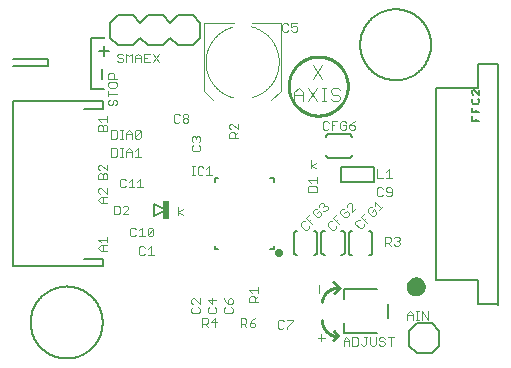
<source format=gto>
G75*
%MOIN*%
%OFA0B0*%
%FSLAX25Y25*%
%IPPOS*%
%LPD*%
%AMOC8*
5,1,8,0,0,1.08239X$1,22.5*
%
%ADD10C,0.00500*%
%ADD11C,0.00300*%
%ADD12C,0.00400*%
%ADD13C,0.01000*%
%ADD14C,0.00800*%
%ADD15C,0.05568*%
%ADD16C,0.00700*%
%ADD17C,0.00787*%
%ADD18C,0.01969*%
%ADD19R,0.02400X0.06200*%
%ADD20C,0.00600*%
D10*
X0072052Y0087644D02*
X0072056Y0087938D01*
X0072066Y0088233D01*
X0072085Y0088527D01*
X0072110Y0088820D01*
X0072142Y0089113D01*
X0072182Y0089405D01*
X0072229Y0089696D01*
X0072283Y0089985D01*
X0072344Y0090273D01*
X0072412Y0090560D01*
X0072487Y0090845D01*
X0072569Y0091127D01*
X0072658Y0091408D01*
X0072753Y0091687D01*
X0072856Y0091963D01*
X0072965Y0092236D01*
X0073081Y0092507D01*
X0073204Y0092775D01*
X0073333Y0093039D01*
X0073469Y0093301D01*
X0073611Y0093559D01*
X0073759Y0093813D01*
X0073914Y0094064D01*
X0074074Y0094311D01*
X0074241Y0094554D01*
X0074414Y0094792D01*
X0074592Y0095027D01*
X0074776Y0095257D01*
X0074965Y0095482D01*
X0075161Y0095703D01*
X0075361Y0095918D01*
X0075567Y0096129D01*
X0075778Y0096335D01*
X0075993Y0096535D01*
X0076214Y0096731D01*
X0076439Y0096920D01*
X0076669Y0097104D01*
X0076904Y0097282D01*
X0077142Y0097455D01*
X0077385Y0097622D01*
X0077632Y0097782D01*
X0077883Y0097937D01*
X0078137Y0098085D01*
X0078395Y0098227D01*
X0078657Y0098363D01*
X0078921Y0098492D01*
X0079189Y0098615D01*
X0079460Y0098731D01*
X0079733Y0098840D01*
X0080009Y0098943D01*
X0080288Y0099038D01*
X0080569Y0099127D01*
X0080851Y0099209D01*
X0081136Y0099284D01*
X0081423Y0099352D01*
X0081711Y0099413D01*
X0082000Y0099467D01*
X0082291Y0099514D01*
X0082583Y0099554D01*
X0082876Y0099586D01*
X0083169Y0099611D01*
X0083463Y0099630D01*
X0083758Y0099640D01*
X0084052Y0099644D01*
X0084346Y0099640D01*
X0084641Y0099630D01*
X0084935Y0099611D01*
X0085228Y0099586D01*
X0085521Y0099554D01*
X0085813Y0099514D01*
X0086104Y0099467D01*
X0086393Y0099413D01*
X0086681Y0099352D01*
X0086968Y0099284D01*
X0087253Y0099209D01*
X0087535Y0099127D01*
X0087816Y0099038D01*
X0088095Y0098943D01*
X0088371Y0098840D01*
X0088644Y0098731D01*
X0088915Y0098615D01*
X0089183Y0098492D01*
X0089447Y0098363D01*
X0089709Y0098227D01*
X0089967Y0098085D01*
X0090221Y0097937D01*
X0090472Y0097782D01*
X0090719Y0097622D01*
X0090962Y0097455D01*
X0091200Y0097282D01*
X0091435Y0097104D01*
X0091665Y0096920D01*
X0091890Y0096731D01*
X0092111Y0096535D01*
X0092326Y0096335D01*
X0092537Y0096129D01*
X0092743Y0095918D01*
X0092943Y0095703D01*
X0093139Y0095482D01*
X0093328Y0095257D01*
X0093512Y0095027D01*
X0093690Y0094792D01*
X0093863Y0094554D01*
X0094030Y0094311D01*
X0094190Y0094064D01*
X0094345Y0093813D01*
X0094493Y0093559D01*
X0094635Y0093301D01*
X0094771Y0093039D01*
X0094900Y0092775D01*
X0095023Y0092507D01*
X0095139Y0092236D01*
X0095248Y0091963D01*
X0095351Y0091687D01*
X0095446Y0091408D01*
X0095535Y0091127D01*
X0095617Y0090845D01*
X0095692Y0090560D01*
X0095760Y0090273D01*
X0095821Y0089985D01*
X0095875Y0089696D01*
X0095922Y0089405D01*
X0095962Y0089113D01*
X0095994Y0088820D01*
X0096019Y0088527D01*
X0096038Y0088233D01*
X0096048Y0087938D01*
X0096052Y0087644D01*
X0096048Y0087350D01*
X0096038Y0087055D01*
X0096019Y0086761D01*
X0095994Y0086468D01*
X0095962Y0086175D01*
X0095922Y0085883D01*
X0095875Y0085592D01*
X0095821Y0085303D01*
X0095760Y0085015D01*
X0095692Y0084728D01*
X0095617Y0084443D01*
X0095535Y0084161D01*
X0095446Y0083880D01*
X0095351Y0083601D01*
X0095248Y0083325D01*
X0095139Y0083052D01*
X0095023Y0082781D01*
X0094900Y0082513D01*
X0094771Y0082249D01*
X0094635Y0081987D01*
X0094493Y0081729D01*
X0094345Y0081475D01*
X0094190Y0081224D01*
X0094030Y0080977D01*
X0093863Y0080734D01*
X0093690Y0080496D01*
X0093512Y0080261D01*
X0093328Y0080031D01*
X0093139Y0079806D01*
X0092943Y0079585D01*
X0092743Y0079370D01*
X0092537Y0079159D01*
X0092326Y0078953D01*
X0092111Y0078753D01*
X0091890Y0078557D01*
X0091665Y0078368D01*
X0091435Y0078184D01*
X0091200Y0078006D01*
X0090962Y0077833D01*
X0090719Y0077666D01*
X0090472Y0077506D01*
X0090221Y0077351D01*
X0089967Y0077203D01*
X0089709Y0077061D01*
X0089447Y0076925D01*
X0089183Y0076796D01*
X0088915Y0076673D01*
X0088644Y0076557D01*
X0088371Y0076448D01*
X0088095Y0076345D01*
X0087816Y0076250D01*
X0087535Y0076161D01*
X0087253Y0076079D01*
X0086968Y0076004D01*
X0086681Y0075936D01*
X0086393Y0075875D01*
X0086104Y0075821D01*
X0085813Y0075774D01*
X0085521Y0075734D01*
X0085228Y0075702D01*
X0084935Y0075677D01*
X0084641Y0075658D01*
X0084346Y0075648D01*
X0084052Y0075644D01*
X0083758Y0075648D01*
X0083463Y0075658D01*
X0083169Y0075677D01*
X0082876Y0075702D01*
X0082583Y0075734D01*
X0082291Y0075774D01*
X0082000Y0075821D01*
X0081711Y0075875D01*
X0081423Y0075936D01*
X0081136Y0076004D01*
X0080851Y0076079D01*
X0080569Y0076161D01*
X0080288Y0076250D01*
X0080009Y0076345D01*
X0079733Y0076448D01*
X0079460Y0076557D01*
X0079189Y0076673D01*
X0078921Y0076796D01*
X0078657Y0076925D01*
X0078395Y0077061D01*
X0078137Y0077203D01*
X0077883Y0077351D01*
X0077632Y0077506D01*
X0077385Y0077666D01*
X0077142Y0077833D01*
X0076904Y0078006D01*
X0076669Y0078184D01*
X0076439Y0078368D01*
X0076214Y0078557D01*
X0075993Y0078753D01*
X0075778Y0078953D01*
X0075567Y0079159D01*
X0075361Y0079370D01*
X0075161Y0079585D01*
X0074965Y0079806D01*
X0074776Y0080031D01*
X0074592Y0080261D01*
X0074414Y0080496D01*
X0074241Y0080734D01*
X0074074Y0080977D01*
X0073914Y0081224D01*
X0073759Y0081475D01*
X0073611Y0081729D01*
X0073469Y0081987D01*
X0073333Y0082249D01*
X0073204Y0082513D01*
X0073081Y0082781D01*
X0072965Y0083052D01*
X0072856Y0083325D01*
X0072753Y0083601D01*
X0072658Y0083880D01*
X0072569Y0084161D01*
X0072487Y0084443D01*
X0072412Y0084728D01*
X0072344Y0085015D01*
X0072283Y0085303D01*
X0072229Y0085592D01*
X0072182Y0085883D01*
X0072142Y0086175D01*
X0072110Y0086468D01*
X0072085Y0086761D01*
X0072066Y0087055D01*
X0072056Y0087350D01*
X0072052Y0087644D01*
X0092294Y0165572D02*
X0092294Y0182501D01*
X0096625Y0182501D01*
X0096625Y0182895D01*
X0077727Y0175414D02*
X0077727Y0173052D01*
X0066310Y0173052D01*
X0066310Y0175414D02*
X0077727Y0175414D01*
X0092294Y0165572D02*
X0096625Y0165572D01*
X0175613Y0139533D02*
X0175613Y0134533D01*
X0186613Y0134533D01*
X0186613Y0139533D01*
X0175613Y0139533D01*
X0207269Y0165693D02*
X0207269Y0101914D01*
X0221049Y0101914D01*
X0221049Y0093646D01*
X0227742Y0093646D01*
X0227787Y0093633D02*
X0227787Y0173933D01*
X0227387Y0173933D01*
X0227348Y0173961D02*
X0221049Y0173961D01*
X0221049Y0165693D01*
X0207269Y0165693D01*
X0181887Y0180221D02*
X0181891Y0180511D01*
X0181901Y0180801D01*
X0181919Y0181090D01*
X0181944Y0181379D01*
X0181976Y0181667D01*
X0182015Y0181954D01*
X0182061Y0182240D01*
X0182114Y0182525D01*
X0182174Y0182809D01*
X0182241Y0183091D01*
X0182315Y0183371D01*
X0182396Y0183650D01*
X0182483Y0183926D01*
X0182577Y0184200D01*
X0182678Y0184472D01*
X0182786Y0184741D01*
X0182900Y0185007D01*
X0183021Y0185271D01*
X0183148Y0185531D01*
X0183282Y0185789D01*
X0183421Y0186043D01*
X0183567Y0186293D01*
X0183719Y0186540D01*
X0183878Y0186783D01*
X0184042Y0187022D01*
X0184211Y0187257D01*
X0184387Y0187488D01*
X0184568Y0187714D01*
X0184755Y0187936D01*
X0184947Y0188153D01*
X0185144Y0188365D01*
X0185346Y0188573D01*
X0185554Y0188775D01*
X0185766Y0188972D01*
X0185983Y0189164D01*
X0186205Y0189351D01*
X0186431Y0189532D01*
X0186662Y0189708D01*
X0186897Y0189877D01*
X0187136Y0190041D01*
X0187379Y0190200D01*
X0187626Y0190352D01*
X0187876Y0190498D01*
X0188130Y0190637D01*
X0188388Y0190771D01*
X0188648Y0190898D01*
X0188912Y0191019D01*
X0189178Y0191133D01*
X0189447Y0191241D01*
X0189719Y0191342D01*
X0189993Y0191436D01*
X0190269Y0191523D01*
X0190548Y0191604D01*
X0190828Y0191678D01*
X0191110Y0191745D01*
X0191394Y0191805D01*
X0191679Y0191858D01*
X0191965Y0191904D01*
X0192252Y0191943D01*
X0192540Y0191975D01*
X0192829Y0192000D01*
X0193118Y0192018D01*
X0193408Y0192028D01*
X0193698Y0192032D01*
X0193988Y0192028D01*
X0194278Y0192018D01*
X0194567Y0192000D01*
X0194856Y0191975D01*
X0195144Y0191943D01*
X0195431Y0191904D01*
X0195717Y0191858D01*
X0196002Y0191805D01*
X0196286Y0191745D01*
X0196568Y0191678D01*
X0196848Y0191604D01*
X0197127Y0191523D01*
X0197403Y0191436D01*
X0197677Y0191342D01*
X0197949Y0191241D01*
X0198218Y0191133D01*
X0198484Y0191019D01*
X0198748Y0190898D01*
X0199008Y0190771D01*
X0199266Y0190637D01*
X0199520Y0190498D01*
X0199770Y0190352D01*
X0200017Y0190200D01*
X0200260Y0190041D01*
X0200499Y0189877D01*
X0200734Y0189708D01*
X0200965Y0189532D01*
X0201191Y0189351D01*
X0201413Y0189164D01*
X0201630Y0188972D01*
X0201842Y0188775D01*
X0202050Y0188573D01*
X0202252Y0188365D01*
X0202449Y0188153D01*
X0202641Y0187936D01*
X0202828Y0187714D01*
X0203009Y0187488D01*
X0203185Y0187257D01*
X0203354Y0187022D01*
X0203518Y0186783D01*
X0203677Y0186540D01*
X0203829Y0186293D01*
X0203975Y0186043D01*
X0204114Y0185789D01*
X0204248Y0185531D01*
X0204375Y0185271D01*
X0204496Y0185007D01*
X0204610Y0184741D01*
X0204718Y0184472D01*
X0204819Y0184200D01*
X0204913Y0183926D01*
X0205000Y0183650D01*
X0205081Y0183371D01*
X0205155Y0183091D01*
X0205222Y0182809D01*
X0205282Y0182525D01*
X0205335Y0182240D01*
X0205381Y0181954D01*
X0205420Y0181667D01*
X0205452Y0181379D01*
X0205477Y0181090D01*
X0205495Y0180801D01*
X0205505Y0180511D01*
X0205509Y0180221D01*
X0205505Y0179931D01*
X0205495Y0179641D01*
X0205477Y0179352D01*
X0205452Y0179063D01*
X0205420Y0178775D01*
X0205381Y0178488D01*
X0205335Y0178202D01*
X0205282Y0177917D01*
X0205222Y0177633D01*
X0205155Y0177351D01*
X0205081Y0177071D01*
X0205000Y0176792D01*
X0204913Y0176516D01*
X0204819Y0176242D01*
X0204718Y0175970D01*
X0204610Y0175701D01*
X0204496Y0175435D01*
X0204375Y0175171D01*
X0204248Y0174911D01*
X0204114Y0174653D01*
X0203975Y0174399D01*
X0203829Y0174149D01*
X0203677Y0173902D01*
X0203518Y0173659D01*
X0203354Y0173420D01*
X0203185Y0173185D01*
X0203009Y0172954D01*
X0202828Y0172728D01*
X0202641Y0172506D01*
X0202449Y0172289D01*
X0202252Y0172077D01*
X0202050Y0171869D01*
X0201842Y0171667D01*
X0201630Y0171470D01*
X0201413Y0171278D01*
X0201191Y0171091D01*
X0200965Y0170910D01*
X0200734Y0170734D01*
X0200499Y0170565D01*
X0200260Y0170401D01*
X0200017Y0170242D01*
X0199770Y0170090D01*
X0199520Y0169944D01*
X0199266Y0169805D01*
X0199008Y0169671D01*
X0198748Y0169544D01*
X0198484Y0169423D01*
X0198218Y0169309D01*
X0197949Y0169201D01*
X0197677Y0169100D01*
X0197403Y0169006D01*
X0197127Y0168919D01*
X0196848Y0168838D01*
X0196568Y0168764D01*
X0196286Y0168697D01*
X0196002Y0168637D01*
X0195717Y0168584D01*
X0195431Y0168538D01*
X0195144Y0168499D01*
X0194856Y0168467D01*
X0194567Y0168442D01*
X0194278Y0168424D01*
X0193988Y0168414D01*
X0193698Y0168410D01*
X0193408Y0168414D01*
X0193118Y0168424D01*
X0192829Y0168442D01*
X0192540Y0168467D01*
X0192252Y0168499D01*
X0191965Y0168538D01*
X0191679Y0168584D01*
X0191394Y0168637D01*
X0191110Y0168697D01*
X0190828Y0168764D01*
X0190548Y0168838D01*
X0190269Y0168919D01*
X0189993Y0169006D01*
X0189719Y0169100D01*
X0189447Y0169201D01*
X0189178Y0169309D01*
X0188912Y0169423D01*
X0188648Y0169544D01*
X0188388Y0169671D01*
X0188130Y0169805D01*
X0187876Y0169944D01*
X0187626Y0170090D01*
X0187379Y0170242D01*
X0187136Y0170401D01*
X0186897Y0170565D01*
X0186662Y0170734D01*
X0186431Y0170910D01*
X0186205Y0171091D01*
X0185983Y0171278D01*
X0185766Y0171470D01*
X0185554Y0171667D01*
X0185346Y0171869D01*
X0185144Y0172077D01*
X0184947Y0172289D01*
X0184755Y0172506D01*
X0184568Y0172728D01*
X0184387Y0172954D01*
X0184211Y0173185D01*
X0184042Y0173420D01*
X0183878Y0173659D01*
X0183719Y0173902D01*
X0183567Y0174149D01*
X0183421Y0174399D01*
X0183282Y0174653D01*
X0183148Y0174911D01*
X0183021Y0175171D01*
X0182900Y0175435D01*
X0182786Y0175701D01*
X0182678Y0175970D01*
X0182577Y0176242D01*
X0182483Y0176516D01*
X0182396Y0176792D01*
X0182315Y0177071D01*
X0182241Y0177351D01*
X0182174Y0177633D01*
X0182114Y0177917D01*
X0182061Y0178202D01*
X0182015Y0178488D01*
X0181976Y0178775D01*
X0181944Y0179063D01*
X0181919Y0179352D01*
X0181901Y0179641D01*
X0181891Y0179931D01*
X0181887Y0180221D01*
X0197792Y0099551D02*
X0197794Y0099656D01*
X0197800Y0099762D01*
X0197810Y0099866D01*
X0197824Y0099971D01*
X0197842Y0100075D01*
X0197863Y0100178D01*
X0197889Y0100280D01*
X0197919Y0100381D01*
X0197952Y0100481D01*
X0197989Y0100580D01*
X0198030Y0100677D01*
X0198074Y0100772D01*
X0198122Y0100866D01*
X0198174Y0100958D01*
X0198229Y0101048D01*
X0198287Y0101136D01*
X0198349Y0101221D01*
X0198414Y0101304D01*
X0198481Y0101385D01*
X0198552Y0101463D01*
X0198626Y0101538D01*
X0198703Y0101610D01*
X0198782Y0101680D01*
X0198864Y0101746D01*
X0198948Y0101809D01*
X0199035Y0101869D01*
X0199124Y0101926D01*
X0199215Y0101979D01*
X0199307Y0102029D01*
X0199402Y0102075D01*
X0199498Y0102118D01*
X0199596Y0102157D01*
X0199696Y0102192D01*
X0199796Y0102224D01*
X0199898Y0102251D01*
X0200001Y0102275D01*
X0200104Y0102295D01*
X0200208Y0102311D01*
X0200313Y0102323D01*
X0200418Y0102331D01*
X0200523Y0102335D01*
X0200629Y0102335D01*
X0200734Y0102331D01*
X0200839Y0102323D01*
X0200944Y0102311D01*
X0201048Y0102295D01*
X0201151Y0102275D01*
X0201254Y0102251D01*
X0201356Y0102224D01*
X0201456Y0102192D01*
X0201556Y0102157D01*
X0201654Y0102118D01*
X0201750Y0102075D01*
X0201845Y0102029D01*
X0201937Y0101979D01*
X0202028Y0101926D01*
X0202117Y0101869D01*
X0202204Y0101809D01*
X0202288Y0101746D01*
X0202370Y0101680D01*
X0202449Y0101610D01*
X0202526Y0101538D01*
X0202600Y0101463D01*
X0202671Y0101385D01*
X0202738Y0101304D01*
X0202803Y0101221D01*
X0202865Y0101136D01*
X0202923Y0101048D01*
X0202978Y0100958D01*
X0203030Y0100866D01*
X0203078Y0100772D01*
X0203122Y0100677D01*
X0203163Y0100580D01*
X0203200Y0100481D01*
X0203233Y0100381D01*
X0203263Y0100280D01*
X0203289Y0100178D01*
X0203310Y0100075D01*
X0203328Y0099971D01*
X0203342Y0099866D01*
X0203352Y0099762D01*
X0203358Y0099656D01*
X0203360Y0099551D01*
X0203358Y0099446D01*
X0203352Y0099340D01*
X0203342Y0099236D01*
X0203328Y0099131D01*
X0203310Y0099027D01*
X0203289Y0098924D01*
X0203263Y0098822D01*
X0203233Y0098721D01*
X0203200Y0098621D01*
X0203163Y0098522D01*
X0203122Y0098425D01*
X0203078Y0098330D01*
X0203030Y0098236D01*
X0202978Y0098144D01*
X0202923Y0098054D01*
X0202865Y0097966D01*
X0202803Y0097881D01*
X0202738Y0097798D01*
X0202671Y0097717D01*
X0202600Y0097639D01*
X0202526Y0097564D01*
X0202449Y0097492D01*
X0202370Y0097422D01*
X0202288Y0097356D01*
X0202204Y0097293D01*
X0202117Y0097233D01*
X0202028Y0097176D01*
X0201937Y0097123D01*
X0201845Y0097073D01*
X0201750Y0097027D01*
X0201654Y0096984D01*
X0201556Y0096945D01*
X0201456Y0096910D01*
X0201356Y0096878D01*
X0201254Y0096851D01*
X0201151Y0096827D01*
X0201048Y0096807D01*
X0200944Y0096791D01*
X0200839Y0096779D01*
X0200734Y0096771D01*
X0200629Y0096767D01*
X0200523Y0096767D01*
X0200418Y0096771D01*
X0200313Y0096779D01*
X0200208Y0096791D01*
X0200104Y0096807D01*
X0200001Y0096827D01*
X0199898Y0096851D01*
X0199796Y0096878D01*
X0199696Y0096910D01*
X0199596Y0096945D01*
X0199498Y0096984D01*
X0199402Y0097027D01*
X0199307Y0097073D01*
X0199215Y0097123D01*
X0199124Y0097176D01*
X0199035Y0097233D01*
X0198948Y0097293D01*
X0198864Y0097356D01*
X0198782Y0097422D01*
X0198703Y0097492D01*
X0198626Y0097564D01*
X0198552Y0097639D01*
X0198481Y0097717D01*
X0198414Y0097798D01*
X0198349Y0097881D01*
X0198287Y0097966D01*
X0198229Y0098054D01*
X0198174Y0098144D01*
X0198122Y0098236D01*
X0198074Y0098330D01*
X0198030Y0098425D01*
X0197989Y0098522D01*
X0197952Y0098621D01*
X0197919Y0098721D01*
X0197889Y0098822D01*
X0197863Y0098924D01*
X0197842Y0099027D01*
X0197824Y0099131D01*
X0197810Y0099236D01*
X0197800Y0099340D01*
X0197794Y0099446D01*
X0197792Y0099551D01*
D11*
X0198531Y0091486D02*
X0199498Y0090518D01*
X0199498Y0088583D01*
X0200510Y0088583D02*
X0201477Y0088583D01*
X0200994Y0088583D02*
X0200994Y0091486D01*
X0201477Y0091486D02*
X0200510Y0091486D01*
X0199498Y0090035D02*
X0197563Y0090035D01*
X0197563Y0090518D02*
X0198531Y0091486D01*
X0197563Y0090518D02*
X0197563Y0088583D01*
X0202474Y0088583D02*
X0202474Y0091486D01*
X0204409Y0088583D01*
X0204409Y0091486D01*
X0193024Y0082754D02*
X0191089Y0082754D01*
X0192057Y0082754D02*
X0192057Y0079851D01*
X0190078Y0080335D02*
X0190078Y0080819D01*
X0189594Y0081303D01*
X0188626Y0081303D01*
X0188143Y0081786D01*
X0188143Y0082270D01*
X0188626Y0082754D01*
X0189594Y0082754D01*
X0190078Y0082270D01*
X0190078Y0080335D02*
X0189594Y0079851D01*
X0188626Y0079851D01*
X0188143Y0080335D01*
X0187131Y0080335D02*
X0187131Y0082754D01*
X0185196Y0082754D02*
X0185196Y0080335D01*
X0185680Y0079851D01*
X0186647Y0079851D01*
X0187131Y0080335D01*
X0183701Y0080335D02*
X0183701Y0082754D01*
X0183217Y0082754D02*
X0184185Y0082754D01*
X0183701Y0080335D02*
X0183217Y0079851D01*
X0182733Y0079851D01*
X0182250Y0080335D01*
X0181238Y0080335D02*
X0181238Y0082270D01*
X0180754Y0082754D01*
X0179303Y0082754D01*
X0179303Y0079851D01*
X0180754Y0079851D01*
X0181238Y0080335D01*
X0178292Y0079851D02*
X0178292Y0081786D01*
X0177324Y0082754D01*
X0176357Y0081786D01*
X0176357Y0079851D01*
X0176357Y0081303D02*
X0178292Y0081303D01*
X0170146Y0082618D02*
X0167677Y0082618D01*
X0168912Y0083852D02*
X0168912Y0081383D01*
X0159345Y0088002D02*
X0159345Y0088486D01*
X0157410Y0088486D01*
X0156398Y0088002D02*
X0155914Y0088486D01*
X0154947Y0088486D01*
X0154463Y0088002D01*
X0154463Y0086067D01*
X0154947Y0085583D01*
X0155914Y0085583D01*
X0156398Y0086067D01*
X0157410Y0086067D02*
X0157410Y0085583D01*
X0157410Y0086067D02*
X0159345Y0088002D01*
X0146945Y0087051D02*
X0146461Y0087535D01*
X0145010Y0087535D01*
X0145010Y0086567D01*
X0145494Y0086083D01*
X0146461Y0086083D01*
X0146945Y0086567D01*
X0146945Y0087051D01*
X0145977Y0088502D02*
X0145010Y0087535D01*
X0143998Y0087535D02*
X0143514Y0087051D01*
X0142063Y0087051D01*
X0142063Y0086083D02*
X0142063Y0088986D01*
X0143514Y0088986D01*
X0143998Y0088502D01*
X0143998Y0087535D01*
X0143031Y0087051D02*
X0143998Y0086083D01*
X0145977Y0088502D02*
X0146945Y0088986D01*
X0146896Y0094483D02*
X0146896Y0095935D01*
X0146412Y0096418D01*
X0145445Y0096418D01*
X0144961Y0095935D01*
X0144961Y0094483D01*
X0147863Y0094483D01*
X0146896Y0095451D02*
X0147863Y0096418D01*
X0147863Y0097430D02*
X0147863Y0099365D01*
X0147863Y0098397D02*
X0144961Y0098397D01*
X0145928Y0097430D01*
X0139363Y0095181D02*
X0138880Y0095665D01*
X0138396Y0095665D01*
X0137912Y0095181D01*
X0137912Y0093730D01*
X0138880Y0093730D01*
X0139363Y0094214D01*
X0139363Y0095181D01*
X0137912Y0093730D02*
X0136945Y0094697D01*
X0136461Y0095665D01*
X0133963Y0095181D02*
X0131061Y0095181D01*
X0132512Y0093730D01*
X0132512Y0095665D01*
X0131545Y0092718D02*
X0131061Y0092235D01*
X0131061Y0091267D01*
X0131545Y0090783D01*
X0133480Y0090783D01*
X0133963Y0091267D01*
X0133963Y0092235D01*
X0133480Y0092718D01*
X0136461Y0092235D02*
X0136461Y0091267D01*
X0136945Y0090783D01*
X0138880Y0090783D01*
X0139363Y0091267D01*
X0139363Y0092235D01*
X0138880Y0092718D01*
X0136945Y0092718D02*
X0136461Y0092235D01*
X0133661Y0089186D02*
X0132210Y0087735D01*
X0134145Y0087735D01*
X0133661Y0089186D02*
X0133661Y0086283D01*
X0131198Y0086283D02*
X0130231Y0087251D01*
X0130714Y0087251D02*
X0129263Y0087251D01*
X0129263Y0086283D02*
X0129263Y0089186D01*
X0130714Y0089186D01*
X0131198Y0088702D01*
X0131198Y0087735D01*
X0130714Y0087251D01*
X0127980Y0090783D02*
X0126045Y0090783D01*
X0125561Y0091267D01*
X0125561Y0092235D01*
X0126045Y0092718D01*
X0126045Y0093730D02*
X0125561Y0094214D01*
X0125561Y0095181D01*
X0126045Y0095665D01*
X0126528Y0095665D01*
X0128463Y0093730D01*
X0128463Y0095665D01*
X0127980Y0092718D02*
X0128463Y0092235D01*
X0128463Y0091267D01*
X0127980Y0090783D01*
X0113045Y0110083D02*
X0111110Y0110083D01*
X0112077Y0110083D02*
X0112077Y0112986D01*
X0111110Y0112018D01*
X0110098Y0112502D02*
X0109614Y0112986D01*
X0108647Y0112986D01*
X0108163Y0112502D01*
X0108163Y0110567D01*
X0108647Y0110083D01*
X0109614Y0110083D01*
X0110098Y0110567D01*
X0110045Y0116383D02*
X0108110Y0116383D01*
X0109077Y0116383D02*
X0109077Y0119286D01*
X0108110Y0118318D01*
X0107098Y0118802D02*
X0106614Y0119286D01*
X0105647Y0119286D01*
X0105163Y0118802D01*
X0105163Y0116867D01*
X0105647Y0116383D01*
X0106614Y0116383D01*
X0107098Y0116867D01*
X0111056Y0116867D02*
X0111540Y0116383D01*
X0112508Y0116383D01*
X0112991Y0116867D01*
X0112991Y0118802D01*
X0111056Y0116867D01*
X0111056Y0118802D01*
X0111540Y0119286D01*
X0112508Y0119286D01*
X0112991Y0118802D01*
X0121263Y0123383D02*
X0121263Y0126286D01*
X0122714Y0125318D02*
X0121263Y0124351D01*
X0122714Y0123383D01*
X0109591Y0132683D02*
X0107656Y0132683D01*
X0108624Y0132683D02*
X0108624Y0135586D01*
X0107656Y0134618D01*
X0106645Y0132683D02*
X0104710Y0132683D01*
X0105677Y0132683D02*
X0105677Y0135586D01*
X0104710Y0134618D01*
X0103698Y0135102D02*
X0103214Y0135586D01*
X0102247Y0135586D01*
X0101763Y0135102D01*
X0101763Y0133167D01*
X0102247Y0132683D01*
X0103214Y0132683D01*
X0103698Y0133167D01*
X0097563Y0132465D02*
X0097563Y0130530D01*
X0095628Y0132465D01*
X0095145Y0132465D01*
X0094661Y0131981D01*
X0094661Y0131014D01*
X0095145Y0130530D01*
X0095628Y0129518D02*
X0097563Y0129518D01*
X0096112Y0129518D02*
X0096112Y0127583D01*
X0095628Y0127583D02*
X0097563Y0127583D01*
X0095628Y0127583D02*
X0094661Y0128551D01*
X0095628Y0129518D01*
X0099763Y0126586D02*
X0099763Y0123683D01*
X0101214Y0123683D01*
X0101698Y0124167D01*
X0101698Y0126102D01*
X0101214Y0126586D01*
X0099763Y0126586D01*
X0102710Y0126102D02*
X0103194Y0126586D01*
X0104161Y0126586D01*
X0104645Y0126102D01*
X0104645Y0125618D01*
X0102710Y0123683D01*
X0104645Y0123683D01*
X0097563Y0116265D02*
X0097563Y0114330D01*
X0097563Y0115297D02*
X0094661Y0115297D01*
X0095628Y0114330D01*
X0095628Y0113318D02*
X0097563Y0113318D01*
X0096112Y0113318D02*
X0096112Y0111383D01*
X0095628Y0111383D02*
X0097563Y0111383D01*
X0095628Y0111383D02*
X0094661Y0112351D01*
X0095628Y0113318D01*
X0096112Y0135383D02*
X0096112Y0136835D01*
X0096596Y0137318D01*
X0097080Y0137318D01*
X0097563Y0136835D01*
X0097563Y0135383D01*
X0094661Y0135383D01*
X0094661Y0136835D01*
X0095145Y0137318D01*
X0095628Y0137318D01*
X0096112Y0136835D01*
X0095145Y0138330D02*
X0094661Y0138814D01*
X0094661Y0139781D01*
X0095145Y0140265D01*
X0095628Y0140265D01*
X0097563Y0138330D01*
X0097563Y0140265D01*
X0098923Y0142920D02*
X0100374Y0142920D01*
X0100858Y0143404D01*
X0100858Y0145339D01*
X0100374Y0145823D01*
X0098923Y0145823D01*
X0098923Y0142920D01*
X0101870Y0142920D02*
X0102837Y0142920D01*
X0102353Y0142920D02*
X0102353Y0145823D01*
X0101870Y0145823D02*
X0102837Y0145823D01*
X0103834Y0144855D02*
X0104801Y0145823D01*
X0105769Y0144855D01*
X0105769Y0142920D01*
X0106780Y0142920D02*
X0108715Y0142920D01*
X0107748Y0142920D02*
X0107748Y0145823D01*
X0106780Y0144855D01*
X0105769Y0144372D02*
X0103834Y0144372D01*
X0103834Y0144855D02*
X0103834Y0142920D01*
X0103834Y0148920D02*
X0103834Y0150855D01*
X0104801Y0151823D01*
X0105769Y0150855D01*
X0105769Y0148920D01*
X0106780Y0149404D02*
X0108715Y0151339D01*
X0108715Y0149404D01*
X0108232Y0148920D01*
X0107264Y0148920D01*
X0106780Y0149404D01*
X0106780Y0151339D01*
X0107264Y0151823D01*
X0108232Y0151823D01*
X0108715Y0151339D01*
X0105769Y0150372D02*
X0103834Y0150372D01*
X0102837Y0151823D02*
X0101870Y0151823D01*
X0102353Y0151823D02*
X0102353Y0148920D01*
X0101870Y0148920D02*
X0102837Y0148920D01*
X0100858Y0149404D02*
X0100858Y0151339D01*
X0100374Y0151823D01*
X0098923Y0151823D01*
X0098923Y0148920D01*
X0100374Y0148920D01*
X0100858Y0149404D01*
X0097563Y0151583D02*
X0097563Y0153035D01*
X0097080Y0153518D01*
X0096596Y0153518D01*
X0096112Y0153035D01*
X0096112Y0151583D01*
X0097563Y0151583D02*
X0094661Y0151583D01*
X0094661Y0153035D01*
X0095145Y0153518D01*
X0095628Y0153518D01*
X0096112Y0153035D01*
X0095628Y0154530D02*
X0094661Y0155497D01*
X0097563Y0155497D01*
X0097563Y0154530D02*
X0097563Y0156465D01*
X0098384Y0160027D02*
X0098868Y0160027D01*
X0099351Y0160511D01*
X0099351Y0161478D01*
X0099835Y0161962D01*
X0100319Y0161962D01*
X0100803Y0161478D01*
X0100803Y0160511D01*
X0100319Y0160027D01*
X0098384Y0160027D02*
X0097900Y0160511D01*
X0097900Y0161478D01*
X0098384Y0161962D01*
X0097900Y0162974D02*
X0097900Y0164909D01*
X0097900Y0163941D02*
X0100803Y0163941D01*
X0100319Y0165920D02*
X0100803Y0166404D01*
X0100803Y0167371D01*
X0100319Y0167855D01*
X0098384Y0167855D01*
X0097900Y0167371D01*
X0097900Y0166404D01*
X0098384Y0165920D01*
X0100319Y0165920D01*
X0100803Y0168867D02*
X0097900Y0168867D01*
X0097900Y0170318D01*
X0098384Y0170802D01*
X0099351Y0170802D01*
X0099835Y0170318D01*
X0099835Y0168867D01*
X0101447Y0174383D02*
X0100963Y0174867D01*
X0101447Y0174383D02*
X0102414Y0174383D01*
X0102898Y0174867D01*
X0102898Y0175351D01*
X0102414Y0175835D01*
X0101447Y0175835D01*
X0100963Y0176318D01*
X0100963Y0176802D01*
X0101447Y0177286D01*
X0102414Y0177286D01*
X0102898Y0176802D01*
X0103910Y0177286D02*
X0104877Y0176318D01*
X0105845Y0177286D01*
X0105845Y0174383D01*
X0106856Y0174383D02*
X0106856Y0176318D01*
X0107824Y0177286D01*
X0108791Y0176318D01*
X0108791Y0174383D01*
X0109803Y0174383D02*
X0111738Y0174383D01*
X0112749Y0174383D02*
X0114684Y0177286D01*
X0112749Y0177286D02*
X0114684Y0174383D01*
X0111738Y0177286D02*
X0109803Y0177286D01*
X0109803Y0174383D01*
X0109803Y0175835D02*
X0110770Y0175835D01*
X0108791Y0175835D02*
X0106856Y0175835D01*
X0103910Y0177286D02*
X0103910Y0174383D01*
X0120247Y0157186D02*
X0119763Y0156702D01*
X0119763Y0154767D01*
X0120247Y0154283D01*
X0121214Y0154283D01*
X0121698Y0154767D01*
X0122710Y0154767D02*
X0122710Y0155251D01*
X0123194Y0155735D01*
X0124161Y0155735D01*
X0124645Y0155251D01*
X0124645Y0154767D01*
X0124161Y0154283D01*
X0123194Y0154283D01*
X0122710Y0154767D01*
X0123194Y0155735D02*
X0122710Y0156218D01*
X0122710Y0156702D01*
X0123194Y0157186D01*
X0124161Y0157186D01*
X0124645Y0156702D01*
X0124645Y0156218D01*
X0124161Y0155735D01*
X0121698Y0156702D02*
X0121214Y0157186D01*
X0120247Y0157186D01*
X0126185Y0149650D02*
X0126669Y0149650D01*
X0127153Y0149166D01*
X0127637Y0149650D01*
X0128120Y0149650D01*
X0128604Y0149166D01*
X0128604Y0148199D01*
X0128120Y0147715D01*
X0128120Y0146703D02*
X0128604Y0146220D01*
X0128604Y0145252D01*
X0128120Y0144768D01*
X0126185Y0144768D01*
X0125702Y0145252D01*
X0125702Y0146220D01*
X0126185Y0146703D01*
X0126185Y0147715D02*
X0125702Y0148199D01*
X0125702Y0149166D01*
X0126185Y0149650D01*
X0127153Y0149166D02*
X0127153Y0148682D01*
X0126702Y0139692D02*
X0125735Y0139692D01*
X0126218Y0139692D02*
X0126218Y0136790D01*
X0125735Y0136790D02*
X0126702Y0136790D01*
X0127699Y0137273D02*
X0128183Y0136790D01*
X0129150Y0136790D01*
X0129634Y0137273D01*
X0130645Y0136790D02*
X0132580Y0136790D01*
X0131613Y0136790D02*
X0131613Y0139692D01*
X0130645Y0138725D01*
X0129634Y0139208D02*
X0129150Y0139692D01*
X0128183Y0139692D01*
X0127699Y0139208D01*
X0127699Y0137273D01*
X0138261Y0149083D02*
X0138261Y0150535D01*
X0138745Y0151018D01*
X0139712Y0151018D01*
X0140196Y0150535D01*
X0140196Y0149083D01*
X0141163Y0149083D02*
X0138261Y0149083D01*
X0140196Y0150051D02*
X0141163Y0151018D01*
X0141163Y0152030D02*
X0139228Y0153965D01*
X0138745Y0153965D01*
X0138261Y0153481D01*
X0138261Y0152514D01*
X0138745Y0152030D01*
X0141163Y0152030D02*
X0141163Y0153965D01*
X0165663Y0141886D02*
X0165663Y0138983D01*
X0165663Y0139951D02*
X0167114Y0140918D01*
X0165663Y0139951D02*
X0167114Y0138983D01*
X0167398Y0136175D02*
X0167398Y0134240D01*
X0167398Y0135208D02*
X0164495Y0135208D01*
X0165463Y0134240D01*
X0164979Y0133229D02*
X0164495Y0132745D01*
X0164495Y0131294D01*
X0167398Y0131294D01*
X0167398Y0132745D01*
X0166914Y0133229D01*
X0164979Y0133229D01*
X0168963Y0127574D02*
X0169647Y0127574D01*
X0169989Y0127232D01*
X0169989Y0126548D01*
X0170673Y0126548D01*
X0171015Y0126206D01*
X0171015Y0125522D01*
X0170331Y0124838D01*
X0169647Y0124838D01*
X0168932Y0124123D02*
X0168248Y0124807D01*
X0167563Y0124123D01*
X0166195Y0124123D02*
X0167563Y0122755D01*
X0168248Y0122755D01*
X0168932Y0123439D01*
X0168932Y0124123D01*
X0167563Y0125491D02*
X0166879Y0125491D01*
X0166195Y0124807D01*
X0166195Y0124123D01*
X0165138Y0123750D02*
X0163770Y0122381D01*
X0165822Y0120329D01*
X0164765Y0119956D02*
X0164765Y0119272D01*
X0164080Y0118588D01*
X0163396Y0118588D01*
X0162028Y0119956D01*
X0162028Y0120640D01*
X0162712Y0121324D01*
X0163396Y0121324D01*
X0164796Y0121355D02*
X0165480Y0122039D01*
X0168279Y0126206D02*
X0168279Y0126890D01*
X0168963Y0127574D01*
X0169989Y0126548D02*
X0169647Y0126206D01*
X0172870Y0122381D02*
X0174238Y0123750D01*
X0175295Y0124123D02*
X0176663Y0122755D01*
X0177348Y0122755D01*
X0178032Y0123439D01*
X0178032Y0124123D01*
X0177348Y0124807D01*
X0176663Y0124123D01*
X0175295Y0124123D02*
X0175295Y0124807D01*
X0175979Y0125491D01*
X0176663Y0125491D01*
X0177379Y0126206D02*
X0177379Y0126890D01*
X0178063Y0127574D01*
X0178747Y0127574D01*
X0179089Y0127232D01*
X0179089Y0124496D01*
X0180457Y0125864D01*
X0183438Y0124250D02*
X0182070Y0122881D01*
X0184122Y0120829D01*
X0183065Y0120456D02*
X0183065Y0119772D01*
X0182380Y0119088D01*
X0181696Y0119088D01*
X0180328Y0120456D01*
X0180328Y0121140D01*
X0181012Y0121824D01*
X0181696Y0121824D01*
X0183096Y0121855D02*
X0183780Y0122539D01*
X0185863Y0123255D02*
X0184495Y0124623D01*
X0184495Y0125307D01*
X0185179Y0125991D01*
X0185863Y0125991D01*
X0186548Y0125307D02*
X0185863Y0124623D01*
X0186548Y0125307D02*
X0187232Y0124623D01*
X0187232Y0123939D01*
X0186548Y0123255D01*
X0185863Y0123255D01*
X0188289Y0124996D02*
X0189657Y0126364D01*
X0188973Y0125680D02*
X0186921Y0127732D01*
X0186921Y0126364D01*
X0187947Y0129783D02*
X0188914Y0129783D01*
X0189398Y0130267D01*
X0190410Y0130267D02*
X0190894Y0129783D01*
X0191861Y0129783D01*
X0192345Y0130267D01*
X0192345Y0132202D01*
X0191861Y0132686D01*
X0190894Y0132686D01*
X0190410Y0132202D01*
X0190410Y0131718D01*
X0190894Y0131235D01*
X0192345Y0131235D01*
X0189398Y0132202D02*
X0188914Y0132686D01*
X0187947Y0132686D01*
X0187463Y0132202D01*
X0187463Y0130267D01*
X0187947Y0129783D01*
X0187663Y0135783D02*
X0189598Y0135783D01*
X0190610Y0135783D02*
X0192545Y0135783D01*
X0191577Y0135783D02*
X0191577Y0138686D01*
X0190610Y0137718D01*
X0187663Y0138686D02*
X0187663Y0135783D01*
X0174580Y0122039D02*
X0173896Y0121355D01*
X0173865Y0119956D02*
X0173865Y0119272D01*
X0173180Y0118588D01*
X0172496Y0118588D01*
X0171128Y0119956D01*
X0171128Y0120640D01*
X0171812Y0121324D01*
X0172496Y0121324D01*
X0172870Y0122381D02*
X0174922Y0120329D01*
X0190163Y0116186D02*
X0190163Y0113283D01*
X0190163Y0114251D02*
X0191614Y0114251D01*
X0192098Y0114735D01*
X0192098Y0115702D01*
X0191614Y0116186D01*
X0190163Y0116186D01*
X0191131Y0114251D02*
X0192098Y0113283D01*
X0193110Y0113767D02*
X0193594Y0113283D01*
X0194561Y0113283D01*
X0195045Y0113767D01*
X0195045Y0114251D01*
X0194561Y0114735D01*
X0194077Y0114735D01*
X0194561Y0114735D02*
X0195045Y0115218D01*
X0195045Y0115702D01*
X0194561Y0116186D01*
X0193594Y0116186D01*
X0193110Y0115702D01*
X0168312Y0100052D02*
X0168312Y0097583D01*
X0169897Y0151883D02*
X0170864Y0151883D01*
X0171348Y0152367D01*
X0172360Y0151883D02*
X0172360Y0154786D01*
X0174295Y0154786D01*
X0175306Y0154302D02*
X0175306Y0152367D01*
X0175790Y0151883D01*
X0176758Y0151883D01*
X0177241Y0152367D01*
X0177241Y0153335D01*
X0176274Y0153335D01*
X0177241Y0154302D02*
X0176758Y0154786D01*
X0175790Y0154786D01*
X0175306Y0154302D01*
X0173327Y0153335D02*
X0172360Y0153335D01*
X0171348Y0154302D02*
X0170864Y0154786D01*
X0169897Y0154786D01*
X0169413Y0154302D01*
X0169413Y0152367D01*
X0169897Y0151883D01*
X0178253Y0152367D02*
X0178737Y0151883D01*
X0179704Y0151883D01*
X0180188Y0152367D01*
X0180188Y0152851D01*
X0179704Y0153335D01*
X0178253Y0153335D01*
X0178253Y0152367D01*
X0178253Y0153335D02*
X0179220Y0154302D01*
X0180188Y0154786D01*
X0160352Y0184546D02*
X0159385Y0184546D01*
X0158901Y0185030D01*
X0158901Y0185998D02*
X0159869Y0186481D01*
X0160352Y0186481D01*
X0160836Y0185998D01*
X0160836Y0185030D01*
X0160352Y0184546D01*
X0158901Y0185998D02*
X0158901Y0187449D01*
X0160836Y0187449D01*
X0157890Y0186965D02*
X0157406Y0187449D01*
X0156438Y0187449D01*
X0155955Y0186965D01*
X0155955Y0185030D01*
X0156438Y0184546D01*
X0157406Y0184546D01*
X0157890Y0185030D01*
D12*
X0155349Y0187307D02*
X0155349Y0164866D01*
X0152199Y0161717D01*
X0159910Y0161320D02*
X0159910Y0164390D01*
X0161444Y0165924D01*
X0162979Y0164390D01*
X0162979Y0161320D01*
X0164514Y0161320D02*
X0167583Y0165924D01*
X0169118Y0165924D02*
X0170652Y0165924D01*
X0169885Y0165924D02*
X0169885Y0161320D01*
X0169118Y0161320D02*
X0170652Y0161320D01*
X0172187Y0162088D02*
X0172954Y0161320D01*
X0174489Y0161320D01*
X0175256Y0162088D01*
X0175256Y0162855D01*
X0174489Y0163622D01*
X0172954Y0163622D01*
X0172187Y0164390D01*
X0172187Y0165157D01*
X0172954Y0165924D01*
X0174489Y0165924D01*
X0175256Y0165157D01*
X0169118Y0168820D02*
X0166048Y0173424D01*
X0169118Y0173424D02*
X0166048Y0168820D01*
X0164514Y0165924D02*
X0167583Y0161320D01*
X0162979Y0163622D02*
X0159910Y0163622D01*
X0145899Y0162799D02*
X0146185Y0162884D01*
X0146468Y0162975D01*
X0146749Y0163074D01*
X0147027Y0163179D01*
X0147303Y0163291D01*
X0147576Y0163410D01*
X0147846Y0163536D01*
X0148112Y0163668D01*
X0148376Y0163806D01*
X0148636Y0163951D01*
X0148892Y0164103D01*
X0149145Y0164260D01*
X0149393Y0164424D01*
X0149638Y0164593D01*
X0149878Y0164769D01*
X0150114Y0164950D01*
X0150346Y0165137D01*
X0150573Y0165330D01*
X0150795Y0165528D01*
X0151012Y0165731D01*
X0151224Y0165940D01*
X0151431Y0166154D01*
X0151633Y0166373D01*
X0151829Y0166596D01*
X0152020Y0166825D01*
X0152205Y0167058D01*
X0152385Y0167295D01*
X0152558Y0167537D01*
X0152726Y0167783D01*
X0152887Y0168033D01*
X0153043Y0168287D01*
X0153192Y0168545D01*
X0153335Y0168806D01*
X0153471Y0169070D01*
X0153601Y0169338D01*
X0153724Y0169609D01*
X0153841Y0169883D01*
X0153951Y0170159D01*
X0154054Y0170439D01*
X0154150Y0170720D01*
X0154239Y0171004D01*
X0154322Y0171290D01*
X0154397Y0171578D01*
X0154466Y0171868D01*
X0154527Y0172159D01*
X0154581Y0172452D01*
X0154628Y0172746D01*
X0154668Y0173041D01*
X0154700Y0173336D01*
X0154726Y0173633D01*
X0154744Y0173930D01*
X0154754Y0174228D01*
X0154758Y0174525D01*
X0154754Y0174823D01*
X0154743Y0175120D01*
X0154725Y0175417D01*
X0154699Y0175714D01*
X0154667Y0176010D01*
X0154627Y0176305D01*
X0154580Y0176598D01*
X0154525Y0176891D01*
X0154464Y0177182D01*
X0154395Y0177472D01*
X0154320Y0177760D01*
X0154237Y0178046D01*
X0154148Y0178330D01*
X0154051Y0178611D01*
X0153948Y0178890D01*
X0153838Y0179167D01*
X0153721Y0179441D01*
X0153597Y0179711D01*
X0153467Y0179979D01*
X0153331Y0180244D01*
X0153188Y0180505D01*
X0153038Y0180762D01*
X0152883Y0181016D01*
X0152721Y0181266D01*
X0152553Y0181511D01*
X0152380Y0181753D01*
X0152200Y0181991D01*
X0152015Y0182223D01*
X0151824Y0182452D01*
X0151627Y0182675D01*
X0151425Y0182894D01*
X0151218Y0183108D01*
X0151006Y0183316D01*
X0150789Y0183520D01*
X0150566Y0183718D01*
X0150339Y0183910D01*
X0150108Y0184097D01*
X0149872Y0184278D01*
X0149631Y0184454D01*
X0149386Y0184623D01*
X0149138Y0184786D01*
X0148885Y0184944D01*
X0148629Y0185095D01*
X0148368Y0185240D01*
X0148105Y0185378D01*
X0147838Y0185510D01*
X0147568Y0185635D01*
X0147295Y0185754D01*
X0147019Y0185866D01*
X0146741Y0185971D01*
X0146460Y0186069D01*
X0146177Y0186161D01*
X0145892Y0186245D01*
X0145604Y0186323D01*
X0145703Y0187307D02*
X0155349Y0187307D01*
X0139798Y0187307D02*
X0129758Y0187307D01*
X0129758Y0164866D01*
X0132908Y0161717D01*
X0139502Y0162701D02*
X0139214Y0162779D01*
X0138929Y0162863D01*
X0138646Y0162955D01*
X0138365Y0163053D01*
X0138087Y0163158D01*
X0137811Y0163270D01*
X0137538Y0163389D01*
X0137268Y0163514D01*
X0137001Y0163646D01*
X0136738Y0163784D01*
X0136477Y0163929D01*
X0136221Y0164080D01*
X0135968Y0164238D01*
X0135720Y0164401D01*
X0135475Y0164570D01*
X0135234Y0164746D01*
X0134998Y0164927D01*
X0134767Y0165114D01*
X0134540Y0165306D01*
X0134317Y0165504D01*
X0134100Y0165708D01*
X0133888Y0165916D01*
X0133681Y0166130D01*
X0133479Y0166349D01*
X0133282Y0166572D01*
X0133091Y0166801D01*
X0132906Y0167033D01*
X0132726Y0167271D01*
X0132553Y0167513D01*
X0132385Y0167758D01*
X0132223Y0168008D01*
X0132068Y0168262D01*
X0131918Y0168519D01*
X0131775Y0168780D01*
X0131639Y0169045D01*
X0131509Y0169313D01*
X0131385Y0169583D01*
X0131268Y0169857D01*
X0131158Y0170134D01*
X0131055Y0170413D01*
X0130958Y0170694D01*
X0130869Y0170978D01*
X0130786Y0171264D01*
X0130711Y0171552D01*
X0130642Y0171842D01*
X0130581Y0172133D01*
X0130526Y0172426D01*
X0130479Y0172719D01*
X0130439Y0173014D01*
X0130407Y0173310D01*
X0130381Y0173607D01*
X0130363Y0173904D01*
X0130352Y0174201D01*
X0130348Y0174499D01*
X0130352Y0174796D01*
X0130362Y0175094D01*
X0130380Y0175391D01*
X0130406Y0175688D01*
X0130438Y0175983D01*
X0130478Y0176278D01*
X0130525Y0176572D01*
X0130579Y0176865D01*
X0130640Y0177156D01*
X0130709Y0177446D01*
X0130784Y0177734D01*
X0130867Y0178020D01*
X0130956Y0178304D01*
X0131052Y0178585D01*
X0131155Y0178865D01*
X0131265Y0179141D01*
X0131382Y0179415D01*
X0131505Y0179686D01*
X0131635Y0179954D01*
X0131771Y0180218D01*
X0131914Y0180479D01*
X0132063Y0180737D01*
X0132219Y0180991D01*
X0132380Y0181241D01*
X0132548Y0181487D01*
X0132721Y0181729D01*
X0132901Y0181966D01*
X0133086Y0182199D01*
X0133277Y0182428D01*
X0133473Y0182651D01*
X0133675Y0182870D01*
X0133882Y0183084D01*
X0134094Y0183293D01*
X0134311Y0183496D01*
X0134533Y0183694D01*
X0134760Y0183887D01*
X0134992Y0184074D01*
X0135228Y0184255D01*
X0135468Y0184431D01*
X0135713Y0184600D01*
X0135961Y0184764D01*
X0136214Y0184921D01*
X0136470Y0185073D01*
X0136730Y0185218D01*
X0136994Y0185356D01*
X0137260Y0185488D01*
X0137530Y0185614D01*
X0137803Y0185733D01*
X0138079Y0185845D01*
X0138357Y0185950D01*
X0138638Y0186049D01*
X0138921Y0186140D01*
X0139207Y0186225D01*
D13*
X0158070Y0166433D02*
X0158073Y0166675D01*
X0158082Y0166916D01*
X0158097Y0167157D01*
X0158117Y0167398D01*
X0158144Y0167638D01*
X0158177Y0167877D01*
X0158215Y0168116D01*
X0158259Y0168353D01*
X0158309Y0168590D01*
X0158365Y0168825D01*
X0158427Y0169058D01*
X0158494Y0169290D01*
X0158567Y0169521D01*
X0158645Y0169749D01*
X0158730Y0169975D01*
X0158819Y0170200D01*
X0158914Y0170422D01*
X0159015Y0170641D01*
X0159121Y0170859D01*
X0159232Y0171073D01*
X0159349Y0171285D01*
X0159470Y0171493D01*
X0159597Y0171699D01*
X0159729Y0171901D01*
X0159866Y0172101D01*
X0160007Y0172296D01*
X0160153Y0172489D01*
X0160304Y0172677D01*
X0160460Y0172862D01*
X0160620Y0173043D01*
X0160784Y0173220D01*
X0160953Y0173393D01*
X0161126Y0173562D01*
X0161303Y0173726D01*
X0161484Y0173886D01*
X0161669Y0174042D01*
X0161857Y0174193D01*
X0162050Y0174339D01*
X0162245Y0174480D01*
X0162445Y0174617D01*
X0162647Y0174749D01*
X0162853Y0174876D01*
X0163061Y0174997D01*
X0163273Y0175114D01*
X0163487Y0175225D01*
X0163705Y0175331D01*
X0163924Y0175432D01*
X0164146Y0175527D01*
X0164371Y0175616D01*
X0164597Y0175701D01*
X0164825Y0175779D01*
X0165056Y0175852D01*
X0165288Y0175919D01*
X0165521Y0175981D01*
X0165756Y0176037D01*
X0165993Y0176087D01*
X0166230Y0176131D01*
X0166469Y0176169D01*
X0166708Y0176202D01*
X0166948Y0176229D01*
X0167189Y0176249D01*
X0167430Y0176264D01*
X0167671Y0176273D01*
X0167913Y0176276D01*
X0168155Y0176273D01*
X0168396Y0176264D01*
X0168637Y0176249D01*
X0168878Y0176229D01*
X0169118Y0176202D01*
X0169357Y0176169D01*
X0169596Y0176131D01*
X0169833Y0176087D01*
X0170070Y0176037D01*
X0170305Y0175981D01*
X0170538Y0175919D01*
X0170770Y0175852D01*
X0171001Y0175779D01*
X0171229Y0175701D01*
X0171455Y0175616D01*
X0171680Y0175527D01*
X0171902Y0175432D01*
X0172121Y0175331D01*
X0172339Y0175225D01*
X0172553Y0175114D01*
X0172765Y0174997D01*
X0172973Y0174876D01*
X0173179Y0174749D01*
X0173381Y0174617D01*
X0173581Y0174480D01*
X0173776Y0174339D01*
X0173969Y0174193D01*
X0174157Y0174042D01*
X0174342Y0173886D01*
X0174523Y0173726D01*
X0174700Y0173562D01*
X0174873Y0173393D01*
X0175042Y0173220D01*
X0175206Y0173043D01*
X0175366Y0172862D01*
X0175522Y0172677D01*
X0175673Y0172489D01*
X0175819Y0172296D01*
X0175960Y0172101D01*
X0176097Y0171901D01*
X0176229Y0171699D01*
X0176356Y0171493D01*
X0176477Y0171285D01*
X0176594Y0171073D01*
X0176705Y0170859D01*
X0176811Y0170641D01*
X0176912Y0170422D01*
X0177007Y0170200D01*
X0177096Y0169975D01*
X0177181Y0169749D01*
X0177259Y0169521D01*
X0177332Y0169290D01*
X0177399Y0169058D01*
X0177461Y0168825D01*
X0177517Y0168590D01*
X0177567Y0168353D01*
X0177611Y0168116D01*
X0177649Y0167877D01*
X0177682Y0167638D01*
X0177709Y0167398D01*
X0177729Y0167157D01*
X0177744Y0166916D01*
X0177753Y0166675D01*
X0177756Y0166433D01*
X0177753Y0166191D01*
X0177744Y0165950D01*
X0177729Y0165709D01*
X0177709Y0165468D01*
X0177682Y0165228D01*
X0177649Y0164989D01*
X0177611Y0164750D01*
X0177567Y0164513D01*
X0177517Y0164276D01*
X0177461Y0164041D01*
X0177399Y0163808D01*
X0177332Y0163576D01*
X0177259Y0163345D01*
X0177181Y0163117D01*
X0177096Y0162891D01*
X0177007Y0162666D01*
X0176912Y0162444D01*
X0176811Y0162225D01*
X0176705Y0162007D01*
X0176594Y0161793D01*
X0176477Y0161581D01*
X0176356Y0161373D01*
X0176229Y0161167D01*
X0176097Y0160965D01*
X0175960Y0160765D01*
X0175819Y0160570D01*
X0175673Y0160377D01*
X0175522Y0160189D01*
X0175366Y0160004D01*
X0175206Y0159823D01*
X0175042Y0159646D01*
X0174873Y0159473D01*
X0174700Y0159304D01*
X0174523Y0159140D01*
X0174342Y0158980D01*
X0174157Y0158824D01*
X0173969Y0158673D01*
X0173776Y0158527D01*
X0173581Y0158386D01*
X0173381Y0158249D01*
X0173179Y0158117D01*
X0172973Y0157990D01*
X0172765Y0157869D01*
X0172553Y0157752D01*
X0172339Y0157641D01*
X0172121Y0157535D01*
X0171902Y0157434D01*
X0171680Y0157339D01*
X0171455Y0157250D01*
X0171229Y0157165D01*
X0171001Y0157087D01*
X0170770Y0157014D01*
X0170538Y0156947D01*
X0170305Y0156885D01*
X0170070Y0156829D01*
X0169833Y0156779D01*
X0169596Y0156735D01*
X0169357Y0156697D01*
X0169118Y0156664D01*
X0168878Y0156637D01*
X0168637Y0156617D01*
X0168396Y0156602D01*
X0168155Y0156593D01*
X0167913Y0156590D01*
X0167671Y0156593D01*
X0167430Y0156602D01*
X0167189Y0156617D01*
X0166948Y0156637D01*
X0166708Y0156664D01*
X0166469Y0156697D01*
X0166230Y0156735D01*
X0165993Y0156779D01*
X0165756Y0156829D01*
X0165521Y0156885D01*
X0165288Y0156947D01*
X0165056Y0157014D01*
X0164825Y0157087D01*
X0164597Y0157165D01*
X0164371Y0157250D01*
X0164146Y0157339D01*
X0163924Y0157434D01*
X0163705Y0157535D01*
X0163487Y0157641D01*
X0163273Y0157752D01*
X0163061Y0157869D01*
X0162853Y0157990D01*
X0162647Y0158117D01*
X0162445Y0158249D01*
X0162245Y0158386D01*
X0162050Y0158527D01*
X0161857Y0158673D01*
X0161669Y0158824D01*
X0161484Y0158980D01*
X0161303Y0159140D01*
X0161126Y0159304D01*
X0160953Y0159473D01*
X0160784Y0159646D01*
X0160620Y0159823D01*
X0160460Y0160004D01*
X0160304Y0160189D01*
X0160153Y0160377D01*
X0160007Y0160570D01*
X0159866Y0160765D01*
X0159729Y0160965D01*
X0159597Y0161167D01*
X0159470Y0161373D01*
X0159349Y0161581D01*
X0159232Y0161793D01*
X0159121Y0162007D01*
X0159015Y0162225D01*
X0158914Y0162444D01*
X0158819Y0162666D01*
X0158730Y0162891D01*
X0158645Y0163117D01*
X0158567Y0163345D01*
X0158494Y0163576D01*
X0158427Y0163808D01*
X0158365Y0164041D01*
X0158309Y0164276D01*
X0158259Y0164513D01*
X0158215Y0164750D01*
X0158177Y0164989D01*
X0158144Y0165228D01*
X0158117Y0165468D01*
X0158097Y0165709D01*
X0158082Y0165950D01*
X0158073Y0166191D01*
X0158070Y0166433D01*
X0172713Y0101033D02*
X0175113Y0099233D01*
X0173313Y0097433D01*
X0175113Y0099233D02*
X0174969Y0099247D01*
X0174825Y0099257D01*
X0174680Y0099263D01*
X0174536Y0099266D01*
X0174391Y0099265D01*
X0174246Y0099259D01*
X0174102Y0099250D01*
X0173958Y0099238D01*
X0173814Y0099221D01*
X0173671Y0099200D01*
X0173529Y0099176D01*
X0173387Y0099148D01*
X0173246Y0099116D01*
X0173105Y0099080D01*
X0172966Y0099041D01*
X0172828Y0098998D01*
X0172691Y0098951D01*
X0172556Y0098901D01*
X0172421Y0098847D01*
X0172289Y0098790D01*
X0172157Y0098729D01*
X0172028Y0098664D01*
X0171900Y0098597D01*
X0171774Y0098525D01*
X0171650Y0098451D01*
X0171529Y0098373D01*
X0171409Y0098292D01*
X0171291Y0098208D01*
X0171176Y0098120D01*
X0171063Y0098030D01*
X0170952Y0097937D01*
X0170844Y0097840D01*
X0170739Y0097741D01*
X0170636Y0097639D01*
X0170536Y0097535D01*
X0170439Y0097428D01*
X0170345Y0097318D01*
X0170254Y0097206D01*
X0170165Y0097091D01*
X0170080Y0096974D01*
X0169998Y0096855D01*
X0169919Y0096734D01*
X0169844Y0096611D01*
X0169771Y0096485D01*
X0169702Y0096358D01*
X0169637Y0096229D01*
X0169575Y0096099D01*
X0169516Y0095966D01*
X0169461Y0095833D01*
X0169410Y0095697D01*
X0169362Y0095561D01*
X0169318Y0095423D01*
X0169277Y0095284D01*
X0169241Y0095144D01*
X0169208Y0095004D01*
X0169178Y0094862D01*
X0169153Y0094720D01*
X0169131Y0094577D01*
X0169113Y0094433D01*
X0169113Y0088433D02*
X0169115Y0088287D01*
X0169121Y0088141D01*
X0169131Y0087995D01*
X0169145Y0087849D01*
X0169162Y0087704D01*
X0169184Y0087559D01*
X0169210Y0087415D01*
X0169239Y0087272D01*
X0169273Y0087130D01*
X0169310Y0086988D01*
X0169351Y0086848D01*
X0169396Y0086709D01*
X0169444Y0086571D01*
X0169497Y0086434D01*
X0169552Y0086299D01*
X0169612Y0086166D01*
X0169675Y0086034D01*
X0169742Y0085904D01*
X0169812Y0085775D01*
X0169886Y0085649D01*
X0169963Y0085525D01*
X0170043Y0085403D01*
X0170127Y0085283D01*
X0170214Y0085165D01*
X0170304Y0085050D01*
X0170397Y0084937D01*
X0170494Y0084827D01*
X0170593Y0084719D01*
X0170695Y0084615D01*
X0170799Y0084513D01*
X0170907Y0084414D01*
X0171017Y0084317D01*
X0171130Y0084224D01*
X0171245Y0084134D01*
X0171363Y0084047D01*
X0171483Y0083963D01*
X0171605Y0083883D01*
X0171729Y0083806D01*
X0171855Y0083732D01*
X0171984Y0083662D01*
X0172114Y0083595D01*
X0172246Y0083532D01*
X0172379Y0083472D01*
X0172514Y0083417D01*
X0172651Y0083364D01*
X0172789Y0083316D01*
X0172928Y0083271D01*
X0173068Y0083230D01*
X0173210Y0083193D01*
X0173352Y0083159D01*
X0173495Y0083130D01*
X0173639Y0083104D01*
X0173784Y0083082D01*
X0173929Y0083065D01*
X0174075Y0083051D01*
X0174221Y0083041D01*
X0174367Y0083035D01*
X0174513Y0083033D01*
X0172713Y0081833D01*
X0174513Y0083033D02*
X0173313Y0084833D01*
D14*
X0176572Y0084298D02*
X0176572Y0087615D01*
X0176572Y0084298D02*
X0187388Y0084298D01*
X0191138Y0089298D02*
X0191138Y0093865D01*
X0187388Y0098865D02*
X0176572Y0098865D01*
X0176572Y0095548D01*
X0178076Y0110984D02*
X0178076Y0117283D01*
X0178075Y0117283D02*
X0178090Y0117344D01*
X0178108Y0117405D01*
X0178130Y0117464D01*
X0178155Y0117522D01*
X0178185Y0117577D01*
X0178217Y0117631D01*
X0178253Y0117683D01*
X0178292Y0117733D01*
X0178334Y0117780D01*
X0178379Y0117824D01*
X0178427Y0117865D01*
X0178477Y0117903D01*
X0178530Y0117938D01*
X0178584Y0117970D01*
X0178641Y0117998D01*
X0178699Y0118023D01*
X0178758Y0118044D01*
X0178819Y0118061D01*
X0178881Y0118074D01*
X0178943Y0118083D01*
X0179006Y0118089D01*
X0179069Y0118090D01*
X0179132Y0118087D01*
X0179195Y0118081D01*
X0179257Y0118071D01*
X0176750Y0117383D02*
X0176750Y0111084D01*
X0176751Y0111084D02*
X0176737Y0111025D01*
X0176720Y0110967D01*
X0176699Y0110910D01*
X0176675Y0110854D01*
X0176647Y0110800D01*
X0176617Y0110748D01*
X0176583Y0110697D01*
X0176546Y0110649D01*
X0176507Y0110603D01*
X0176464Y0110560D01*
X0176420Y0110519D01*
X0176372Y0110481D01*
X0176323Y0110446D01*
X0176271Y0110414D01*
X0176218Y0110385D01*
X0176163Y0110359D01*
X0176107Y0110337D01*
X0176049Y0110318D01*
X0175990Y0110302D01*
X0175931Y0110291D01*
X0175871Y0110282D01*
X0175810Y0110278D01*
X0175750Y0110277D01*
X0175689Y0110280D01*
X0175629Y0110286D01*
X0175569Y0110296D01*
X0170057Y0110296D02*
X0169995Y0110286D01*
X0169932Y0110280D01*
X0169869Y0110277D01*
X0169806Y0110278D01*
X0169743Y0110284D01*
X0169681Y0110293D01*
X0169619Y0110306D01*
X0169558Y0110323D01*
X0169499Y0110344D01*
X0169441Y0110369D01*
X0169384Y0110397D01*
X0169330Y0110429D01*
X0169277Y0110464D01*
X0169227Y0110502D01*
X0169179Y0110543D01*
X0169134Y0110587D01*
X0169092Y0110634D01*
X0169053Y0110684D01*
X0169017Y0110736D01*
X0168985Y0110790D01*
X0168955Y0110845D01*
X0168930Y0110903D01*
X0168908Y0110962D01*
X0168890Y0111023D01*
X0168875Y0111084D01*
X0168876Y0111084D02*
X0168876Y0117383D01*
X0168875Y0117383D02*
X0168890Y0117444D01*
X0168908Y0117505D01*
X0168930Y0117564D01*
X0168955Y0117622D01*
X0168985Y0117677D01*
X0169017Y0117731D01*
X0169053Y0117783D01*
X0169092Y0117833D01*
X0169134Y0117880D01*
X0169179Y0117924D01*
X0169227Y0117965D01*
X0169277Y0118003D01*
X0169330Y0118038D01*
X0169384Y0118070D01*
X0169441Y0118098D01*
X0169499Y0118123D01*
X0169558Y0118144D01*
X0169619Y0118161D01*
X0169681Y0118174D01*
X0169743Y0118183D01*
X0169806Y0118189D01*
X0169869Y0118190D01*
X0169932Y0118187D01*
X0169995Y0118181D01*
X0170057Y0118171D01*
X0167650Y0117383D02*
X0167650Y0111084D01*
X0167651Y0111084D02*
X0167637Y0111025D01*
X0167620Y0110967D01*
X0167599Y0110910D01*
X0167575Y0110854D01*
X0167547Y0110800D01*
X0167517Y0110748D01*
X0167483Y0110697D01*
X0167446Y0110649D01*
X0167407Y0110603D01*
X0167364Y0110560D01*
X0167320Y0110519D01*
X0167272Y0110481D01*
X0167223Y0110446D01*
X0167171Y0110414D01*
X0167118Y0110385D01*
X0167063Y0110359D01*
X0167007Y0110337D01*
X0166949Y0110318D01*
X0166890Y0110302D01*
X0166831Y0110291D01*
X0166771Y0110282D01*
X0166710Y0110278D01*
X0166650Y0110277D01*
X0166589Y0110280D01*
X0166529Y0110286D01*
X0166469Y0110296D01*
X0160957Y0110296D02*
X0160895Y0110286D01*
X0160832Y0110280D01*
X0160769Y0110277D01*
X0160706Y0110278D01*
X0160643Y0110284D01*
X0160581Y0110293D01*
X0160519Y0110306D01*
X0160458Y0110323D01*
X0160399Y0110344D01*
X0160341Y0110369D01*
X0160284Y0110397D01*
X0160230Y0110429D01*
X0160177Y0110464D01*
X0160127Y0110502D01*
X0160079Y0110543D01*
X0160034Y0110587D01*
X0159992Y0110634D01*
X0159953Y0110684D01*
X0159917Y0110736D01*
X0159885Y0110790D01*
X0159855Y0110845D01*
X0159830Y0110903D01*
X0159808Y0110962D01*
X0159790Y0111023D01*
X0159775Y0111084D01*
X0159776Y0111084D02*
X0159776Y0117383D01*
X0159775Y0117383D02*
X0159790Y0117444D01*
X0159808Y0117505D01*
X0159830Y0117564D01*
X0159855Y0117622D01*
X0159885Y0117677D01*
X0159917Y0117731D01*
X0159953Y0117783D01*
X0159992Y0117833D01*
X0160034Y0117880D01*
X0160079Y0117924D01*
X0160127Y0117965D01*
X0160177Y0118003D01*
X0160230Y0118038D01*
X0160284Y0118070D01*
X0160341Y0118098D01*
X0160399Y0118123D01*
X0160458Y0118144D01*
X0160519Y0118161D01*
X0160581Y0118174D01*
X0160643Y0118183D01*
X0160706Y0118189D01*
X0160769Y0118190D01*
X0160832Y0118187D01*
X0160895Y0118181D01*
X0160957Y0118171D01*
X0166469Y0118171D02*
X0166529Y0118181D01*
X0166589Y0118187D01*
X0166650Y0118190D01*
X0166710Y0118189D01*
X0166771Y0118185D01*
X0166831Y0118176D01*
X0166890Y0118165D01*
X0166949Y0118149D01*
X0167007Y0118130D01*
X0167063Y0118108D01*
X0167118Y0118082D01*
X0167171Y0118053D01*
X0167223Y0118021D01*
X0167272Y0117986D01*
X0167320Y0117948D01*
X0167364Y0117907D01*
X0167407Y0117864D01*
X0167446Y0117818D01*
X0167483Y0117770D01*
X0167517Y0117719D01*
X0167547Y0117667D01*
X0167575Y0117613D01*
X0167599Y0117557D01*
X0167620Y0117500D01*
X0167637Y0117442D01*
X0167651Y0117383D01*
X0175569Y0118171D02*
X0175629Y0118181D01*
X0175689Y0118187D01*
X0175750Y0118190D01*
X0175810Y0118189D01*
X0175871Y0118185D01*
X0175931Y0118176D01*
X0175990Y0118165D01*
X0176049Y0118149D01*
X0176107Y0118130D01*
X0176163Y0118108D01*
X0176218Y0118082D01*
X0176271Y0118053D01*
X0176323Y0118021D01*
X0176372Y0117986D01*
X0176420Y0117948D01*
X0176464Y0117907D01*
X0176507Y0117864D01*
X0176546Y0117818D01*
X0176583Y0117770D01*
X0176617Y0117719D01*
X0176647Y0117667D01*
X0176675Y0117613D01*
X0176699Y0117557D01*
X0176720Y0117500D01*
X0176737Y0117442D01*
X0176751Y0117383D01*
X0184769Y0118071D02*
X0184829Y0118081D01*
X0184889Y0118087D01*
X0184950Y0118090D01*
X0185010Y0118089D01*
X0185071Y0118085D01*
X0185131Y0118076D01*
X0185190Y0118065D01*
X0185249Y0118049D01*
X0185307Y0118030D01*
X0185363Y0118008D01*
X0185418Y0117982D01*
X0185471Y0117953D01*
X0185523Y0117921D01*
X0185572Y0117886D01*
X0185620Y0117848D01*
X0185664Y0117807D01*
X0185707Y0117764D01*
X0185746Y0117718D01*
X0185783Y0117670D01*
X0185817Y0117619D01*
X0185847Y0117567D01*
X0185875Y0117513D01*
X0185899Y0117457D01*
X0185920Y0117400D01*
X0185937Y0117342D01*
X0185951Y0117283D01*
X0185950Y0117283D02*
X0185950Y0110984D01*
X0185951Y0110984D02*
X0185937Y0110925D01*
X0185920Y0110867D01*
X0185899Y0110810D01*
X0185875Y0110754D01*
X0185847Y0110700D01*
X0185817Y0110648D01*
X0185783Y0110597D01*
X0185746Y0110549D01*
X0185707Y0110503D01*
X0185664Y0110460D01*
X0185620Y0110419D01*
X0185572Y0110381D01*
X0185523Y0110346D01*
X0185471Y0110314D01*
X0185418Y0110285D01*
X0185363Y0110259D01*
X0185307Y0110237D01*
X0185249Y0110218D01*
X0185190Y0110202D01*
X0185131Y0110191D01*
X0185071Y0110182D01*
X0185010Y0110178D01*
X0184950Y0110177D01*
X0184889Y0110180D01*
X0184829Y0110186D01*
X0184769Y0110196D01*
X0179257Y0110196D02*
X0179195Y0110186D01*
X0179132Y0110180D01*
X0179069Y0110177D01*
X0179006Y0110178D01*
X0178943Y0110184D01*
X0178881Y0110193D01*
X0178819Y0110206D01*
X0178758Y0110223D01*
X0178699Y0110244D01*
X0178641Y0110269D01*
X0178584Y0110297D01*
X0178530Y0110329D01*
X0178477Y0110364D01*
X0178427Y0110402D01*
X0178379Y0110443D01*
X0178334Y0110487D01*
X0178292Y0110534D01*
X0178253Y0110584D01*
X0178217Y0110636D01*
X0178185Y0110690D01*
X0178155Y0110745D01*
X0178130Y0110803D01*
X0178108Y0110862D01*
X0178090Y0110923D01*
X0178075Y0110984D01*
X0178063Y0142533D02*
X0171563Y0142533D01*
X0171503Y0142535D01*
X0171442Y0142540D01*
X0171383Y0142549D01*
X0171324Y0142562D01*
X0171265Y0142578D01*
X0171208Y0142598D01*
X0171153Y0142621D01*
X0171098Y0142648D01*
X0171046Y0142677D01*
X0170995Y0142710D01*
X0170946Y0142746D01*
X0170900Y0142784D01*
X0170856Y0142826D01*
X0170814Y0142870D01*
X0170776Y0142916D01*
X0170740Y0142965D01*
X0170707Y0143016D01*
X0170678Y0143068D01*
X0170651Y0143123D01*
X0170628Y0143178D01*
X0170608Y0143235D01*
X0170592Y0143294D01*
X0170579Y0143353D01*
X0170570Y0143412D01*
X0170565Y0143473D01*
X0170563Y0143533D01*
X0170563Y0149533D02*
X0170565Y0149593D01*
X0170570Y0149654D01*
X0170579Y0149713D01*
X0170592Y0149772D01*
X0170608Y0149831D01*
X0170628Y0149888D01*
X0170651Y0149943D01*
X0170678Y0149998D01*
X0170707Y0150050D01*
X0170740Y0150101D01*
X0170776Y0150150D01*
X0170814Y0150196D01*
X0170856Y0150240D01*
X0170900Y0150282D01*
X0170946Y0150320D01*
X0170995Y0150356D01*
X0171046Y0150389D01*
X0171098Y0150418D01*
X0171153Y0150445D01*
X0171208Y0150468D01*
X0171265Y0150488D01*
X0171324Y0150504D01*
X0171383Y0150517D01*
X0171442Y0150526D01*
X0171503Y0150531D01*
X0171563Y0150533D01*
X0178063Y0150533D01*
X0178123Y0150531D01*
X0178184Y0150526D01*
X0178243Y0150517D01*
X0178302Y0150504D01*
X0178361Y0150488D01*
X0178418Y0150468D01*
X0178473Y0150445D01*
X0178528Y0150418D01*
X0178580Y0150389D01*
X0178631Y0150356D01*
X0178680Y0150320D01*
X0178726Y0150282D01*
X0178770Y0150240D01*
X0178812Y0150196D01*
X0178850Y0150150D01*
X0178886Y0150101D01*
X0178919Y0150050D01*
X0178948Y0149998D01*
X0178975Y0149943D01*
X0178998Y0149888D01*
X0179018Y0149831D01*
X0179034Y0149772D01*
X0179047Y0149713D01*
X0179056Y0149654D01*
X0179061Y0149593D01*
X0179063Y0149533D01*
X0179063Y0143533D02*
X0179061Y0143473D01*
X0179056Y0143412D01*
X0179047Y0143353D01*
X0179034Y0143294D01*
X0179018Y0143235D01*
X0178998Y0143178D01*
X0178975Y0143123D01*
X0178948Y0143068D01*
X0178919Y0143016D01*
X0178886Y0142965D01*
X0178850Y0142916D01*
X0178812Y0142870D01*
X0178770Y0142826D01*
X0178726Y0142784D01*
X0178680Y0142746D01*
X0178631Y0142710D01*
X0178580Y0142677D01*
X0178528Y0142648D01*
X0178473Y0142621D01*
X0178418Y0142598D01*
X0178361Y0142578D01*
X0178302Y0142562D01*
X0178243Y0142549D01*
X0178184Y0142540D01*
X0178123Y0142535D01*
X0178063Y0142533D01*
X0219177Y0154731D02*
X0219177Y0156332D01*
X0219177Y0157677D02*
X0219177Y0159279D01*
X0219578Y0160624D02*
X0221179Y0160624D01*
X0221579Y0161024D01*
X0221579Y0161825D01*
X0221179Y0162225D01*
X0221579Y0163571D02*
X0219978Y0165172D01*
X0219578Y0165172D01*
X0219177Y0164772D01*
X0219177Y0163971D01*
X0219578Y0163571D01*
X0219578Y0162225D02*
X0219177Y0161825D01*
X0219177Y0161024D01*
X0219578Y0160624D01*
X0220378Y0158478D02*
X0220378Y0157677D01*
X0221579Y0157677D02*
X0219177Y0157677D01*
X0220378Y0155532D02*
X0220378Y0154731D01*
X0221579Y0154731D02*
X0219177Y0154731D01*
X0221579Y0163571D02*
X0221579Y0165172D01*
X0128513Y0182533D02*
X0126013Y0180033D01*
X0121013Y0180033D01*
X0118513Y0182533D01*
X0116013Y0180033D01*
X0111013Y0180033D01*
X0108513Y0182533D01*
X0106013Y0180033D01*
X0101013Y0180033D01*
X0098513Y0182533D01*
X0098513Y0187533D01*
X0101013Y0190033D01*
X0106013Y0190033D01*
X0108513Y0187533D01*
X0111013Y0190033D01*
X0116013Y0190033D01*
X0118513Y0187533D01*
X0121013Y0190033D01*
X0126013Y0190033D01*
X0128513Y0187533D01*
X0128513Y0182533D01*
X0096212Y0161495D02*
X0096212Y0158936D01*
X0089913Y0158936D01*
X0096212Y0161495D02*
X0066291Y0161495D01*
X0066291Y0106408D01*
X0096212Y0106408D01*
X0096212Y0108967D01*
X0089913Y0108967D01*
X0113145Y0123065D02*
X0113145Y0127002D01*
X0117082Y0125033D01*
X0113145Y0123065D01*
D15*
X0200576Y0099551D03*
D16*
X0098198Y0178131D02*
X0094928Y0178131D01*
X0096563Y0176497D02*
X0096563Y0179766D01*
X0095776Y0172227D02*
X0095776Y0168957D01*
D17*
X0133471Y0135644D02*
X0133471Y0134463D01*
X0133471Y0135644D02*
X0134652Y0135644D01*
X0151975Y0135644D02*
X0153156Y0135644D01*
X0153156Y0134463D01*
X0153156Y0113203D02*
X0153156Y0112022D01*
X0151975Y0112022D01*
X0134652Y0112022D02*
X0133471Y0112022D01*
X0133471Y0113203D01*
D18*
X0154337Y0110841D02*
X0154339Y0110880D01*
X0154345Y0110919D01*
X0154355Y0110957D01*
X0154368Y0110994D01*
X0154385Y0111029D01*
X0154405Y0111063D01*
X0154429Y0111094D01*
X0154456Y0111123D01*
X0154485Y0111149D01*
X0154517Y0111172D01*
X0154551Y0111192D01*
X0154587Y0111208D01*
X0154624Y0111220D01*
X0154663Y0111229D01*
X0154702Y0111234D01*
X0154741Y0111235D01*
X0154780Y0111232D01*
X0154819Y0111225D01*
X0154856Y0111214D01*
X0154893Y0111200D01*
X0154928Y0111182D01*
X0154961Y0111161D01*
X0154992Y0111136D01*
X0155020Y0111109D01*
X0155045Y0111079D01*
X0155067Y0111046D01*
X0155086Y0111012D01*
X0155101Y0110976D01*
X0155113Y0110938D01*
X0155121Y0110900D01*
X0155125Y0110861D01*
X0155125Y0110821D01*
X0155121Y0110782D01*
X0155113Y0110744D01*
X0155101Y0110706D01*
X0155086Y0110670D01*
X0155067Y0110636D01*
X0155045Y0110603D01*
X0155020Y0110573D01*
X0154992Y0110546D01*
X0154961Y0110521D01*
X0154928Y0110500D01*
X0154893Y0110482D01*
X0154856Y0110468D01*
X0154819Y0110457D01*
X0154780Y0110450D01*
X0154741Y0110447D01*
X0154702Y0110448D01*
X0154663Y0110453D01*
X0154624Y0110462D01*
X0154587Y0110474D01*
X0154551Y0110490D01*
X0154517Y0110510D01*
X0154485Y0110533D01*
X0154456Y0110559D01*
X0154429Y0110588D01*
X0154405Y0110619D01*
X0154385Y0110653D01*
X0154368Y0110688D01*
X0154355Y0110725D01*
X0154345Y0110763D01*
X0154339Y0110802D01*
X0154337Y0110841D01*
D19*
X0117313Y0125033D03*
D20*
X0198313Y0084933D02*
X0198313Y0079933D01*
X0200813Y0077433D01*
X0205813Y0077433D01*
X0208313Y0079933D01*
X0208313Y0084933D01*
X0205813Y0087433D01*
X0200813Y0087433D01*
X0198313Y0084933D01*
M02*

</source>
